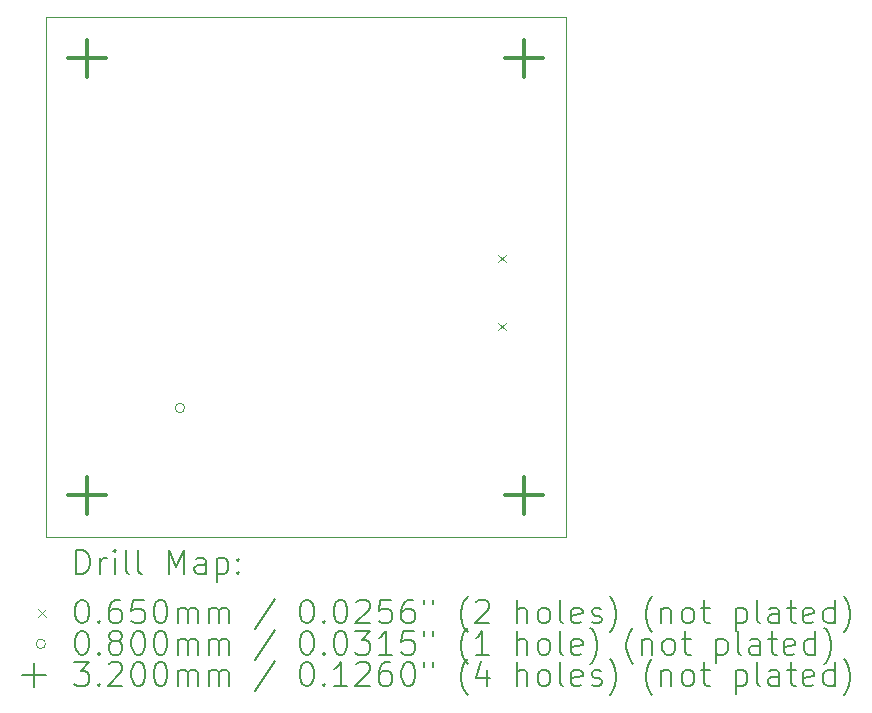
<source format=gbr>
%TF.GenerationSoftware,KiCad,Pcbnew,8.0.7*%
%TF.CreationDate,2024-12-05T22:51:19+05:30*%
%TF.ProjectId,SNSRTG401V30,534e5352-5447-4343-9031-5633302e6b69,3.0*%
%TF.SameCoordinates,Original*%
%TF.FileFunction,Drillmap*%
%TF.FilePolarity,Positive*%
%FSLAX45Y45*%
G04 Gerber Fmt 4.5, Leading zero omitted, Abs format (unit mm)*
G04 Created by KiCad (PCBNEW 8.0.7) date 2024-12-05 22:51:19*
%MOMM*%
%LPD*%
G01*
G04 APERTURE LIST*
%ADD10C,0.050000*%
%ADD11C,0.200000*%
%ADD12C,0.100000*%
%ADD13C,0.320000*%
G04 APERTURE END LIST*
D10*
X8000000Y-2600000D02*
X12400000Y-2600000D01*
X12400000Y-7000000D01*
X8000000Y-7000000D01*
X8000000Y-2600000D01*
D11*
D12*
X11829500Y-4610500D02*
X11894500Y-4675500D01*
X11894500Y-4610500D02*
X11829500Y-4675500D01*
X11829500Y-5188500D02*
X11894500Y-5253500D01*
X11894500Y-5188500D02*
X11829500Y-5253500D01*
X9174747Y-5909043D02*
G75*
G02*
X9094747Y-5909043I-40000J0D01*
G01*
X9094747Y-5909043D02*
G75*
G02*
X9174747Y-5909043I40000J0D01*
G01*
D13*
X8350000Y-2790000D02*
X8350000Y-3110000D01*
X8190000Y-2950000D02*
X8510000Y-2950000D01*
X8350000Y-6490000D02*
X8350000Y-6810000D01*
X8190000Y-6650000D02*
X8510000Y-6650000D01*
X12050000Y-2790000D02*
X12050000Y-3110000D01*
X11890000Y-2950000D02*
X12210000Y-2950000D01*
X12050000Y-6490000D02*
X12050000Y-6810000D01*
X11890000Y-6650000D02*
X12210000Y-6650000D01*
D11*
X8258277Y-7313984D02*
X8258277Y-7113984D01*
X8258277Y-7113984D02*
X8305896Y-7113984D01*
X8305896Y-7113984D02*
X8334467Y-7123508D01*
X8334467Y-7123508D02*
X8353515Y-7142555D01*
X8353515Y-7142555D02*
X8363039Y-7161603D01*
X8363039Y-7161603D02*
X8372562Y-7199698D01*
X8372562Y-7199698D02*
X8372562Y-7228269D01*
X8372562Y-7228269D02*
X8363039Y-7266365D01*
X8363039Y-7266365D02*
X8353515Y-7285412D01*
X8353515Y-7285412D02*
X8334467Y-7304460D01*
X8334467Y-7304460D02*
X8305896Y-7313984D01*
X8305896Y-7313984D02*
X8258277Y-7313984D01*
X8458277Y-7313984D02*
X8458277Y-7180650D01*
X8458277Y-7218746D02*
X8467801Y-7199698D01*
X8467801Y-7199698D02*
X8477324Y-7190174D01*
X8477324Y-7190174D02*
X8496372Y-7180650D01*
X8496372Y-7180650D02*
X8515420Y-7180650D01*
X8582086Y-7313984D02*
X8582086Y-7180650D01*
X8582086Y-7113984D02*
X8572563Y-7123508D01*
X8572563Y-7123508D02*
X8582086Y-7133031D01*
X8582086Y-7133031D02*
X8591610Y-7123508D01*
X8591610Y-7123508D02*
X8582086Y-7113984D01*
X8582086Y-7113984D02*
X8582086Y-7133031D01*
X8705896Y-7313984D02*
X8686848Y-7304460D01*
X8686848Y-7304460D02*
X8677324Y-7285412D01*
X8677324Y-7285412D02*
X8677324Y-7113984D01*
X8810658Y-7313984D02*
X8791610Y-7304460D01*
X8791610Y-7304460D02*
X8782086Y-7285412D01*
X8782086Y-7285412D02*
X8782086Y-7113984D01*
X9039229Y-7313984D02*
X9039229Y-7113984D01*
X9039229Y-7113984D02*
X9105896Y-7256841D01*
X9105896Y-7256841D02*
X9172563Y-7113984D01*
X9172563Y-7113984D02*
X9172563Y-7313984D01*
X9353515Y-7313984D02*
X9353515Y-7209222D01*
X9353515Y-7209222D02*
X9343991Y-7190174D01*
X9343991Y-7190174D02*
X9324944Y-7180650D01*
X9324944Y-7180650D02*
X9286848Y-7180650D01*
X9286848Y-7180650D02*
X9267801Y-7190174D01*
X9353515Y-7304460D02*
X9334467Y-7313984D01*
X9334467Y-7313984D02*
X9286848Y-7313984D01*
X9286848Y-7313984D02*
X9267801Y-7304460D01*
X9267801Y-7304460D02*
X9258277Y-7285412D01*
X9258277Y-7285412D02*
X9258277Y-7266365D01*
X9258277Y-7266365D02*
X9267801Y-7247317D01*
X9267801Y-7247317D02*
X9286848Y-7237793D01*
X9286848Y-7237793D02*
X9334467Y-7237793D01*
X9334467Y-7237793D02*
X9353515Y-7228269D01*
X9448753Y-7180650D02*
X9448753Y-7380650D01*
X9448753Y-7190174D02*
X9467801Y-7180650D01*
X9467801Y-7180650D02*
X9505896Y-7180650D01*
X9505896Y-7180650D02*
X9524944Y-7190174D01*
X9524944Y-7190174D02*
X9534467Y-7199698D01*
X9534467Y-7199698D02*
X9543991Y-7218746D01*
X9543991Y-7218746D02*
X9543991Y-7275888D01*
X9543991Y-7275888D02*
X9534467Y-7294936D01*
X9534467Y-7294936D02*
X9524944Y-7304460D01*
X9524944Y-7304460D02*
X9505896Y-7313984D01*
X9505896Y-7313984D02*
X9467801Y-7313984D01*
X9467801Y-7313984D02*
X9448753Y-7304460D01*
X9629705Y-7294936D02*
X9639229Y-7304460D01*
X9639229Y-7304460D02*
X9629705Y-7313984D01*
X9629705Y-7313984D02*
X9620182Y-7304460D01*
X9620182Y-7304460D02*
X9629705Y-7294936D01*
X9629705Y-7294936D02*
X9629705Y-7313984D01*
X9629705Y-7190174D02*
X9639229Y-7199698D01*
X9639229Y-7199698D02*
X9629705Y-7209222D01*
X9629705Y-7209222D02*
X9620182Y-7199698D01*
X9620182Y-7199698D02*
X9629705Y-7190174D01*
X9629705Y-7190174D02*
X9629705Y-7209222D01*
D12*
X7932500Y-7610000D02*
X7997500Y-7675000D01*
X7997500Y-7610000D02*
X7932500Y-7675000D01*
D11*
X8296372Y-7533984D02*
X8315420Y-7533984D01*
X8315420Y-7533984D02*
X8334467Y-7543508D01*
X8334467Y-7543508D02*
X8343991Y-7553031D01*
X8343991Y-7553031D02*
X8353515Y-7572079D01*
X8353515Y-7572079D02*
X8363039Y-7610174D01*
X8363039Y-7610174D02*
X8363039Y-7657793D01*
X8363039Y-7657793D02*
X8353515Y-7695888D01*
X8353515Y-7695888D02*
X8343991Y-7714936D01*
X8343991Y-7714936D02*
X8334467Y-7724460D01*
X8334467Y-7724460D02*
X8315420Y-7733984D01*
X8315420Y-7733984D02*
X8296372Y-7733984D01*
X8296372Y-7733984D02*
X8277324Y-7724460D01*
X8277324Y-7724460D02*
X8267801Y-7714936D01*
X8267801Y-7714936D02*
X8258277Y-7695888D01*
X8258277Y-7695888D02*
X8248753Y-7657793D01*
X8248753Y-7657793D02*
X8248753Y-7610174D01*
X8248753Y-7610174D02*
X8258277Y-7572079D01*
X8258277Y-7572079D02*
X8267801Y-7553031D01*
X8267801Y-7553031D02*
X8277324Y-7543508D01*
X8277324Y-7543508D02*
X8296372Y-7533984D01*
X8448753Y-7714936D02*
X8458277Y-7724460D01*
X8458277Y-7724460D02*
X8448753Y-7733984D01*
X8448753Y-7733984D02*
X8439229Y-7724460D01*
X8439229Y-7724460D02*
X8448753Y-7714936D01*
X8448753Y-7714936D02*
X8448753Y-7733984D01*
X8629705Y-7533984D02*
X8591610Y-7533984D01*
X8591610Y-7533984D02*
X8572563Y-7543508D01*
X8572563Y-7543508D02*
X8563039Y-7553031D01*
X8563039Y-7553031D02*
X8543991Y-7581603D01*
X8543991Y-7581603D02*
X8534467Y-7619698D01*
X8534467Y-7619698D02*
X8534467Y-7695888D01*
X8534467Y-7695888D02*
X8543991Y-7714936D01*
X8543991Y-7714936D02*
X8553515Y-7724460D01*
X8553515Y-7724460D02*
X8572563Y-7733984D01*
X8572563Y-7733984D02*
X8610658Y-7733984D01*
X8610658Y-7733984D02*
X8629705Y-7724460D01*
X8629705Y-7724460D02*
X8639229Y-7714936D01*
X8639229Y-7714936D02*
X8648753Y-7695888D01*
X8648753Y-7695888D02*
X8648753Y-7648269D01*
X8648753Y-7648269D02*
X8639229Y-7629222D01*
X8639229Y-7629222D02*
X8629705Y-7619698D01*
X8629705Y-7619698D02*
X8610658Y-7610174D01*
X8610658Y-7610174D02*
X8572563Y-7610174D01*
X8572563Y-7610174D02*
X8553515Y-7619698D01*
X8553515Y-7619698D02*
X8543991Y-7629222D01*
X8543991Y-7629222D02*
X8534467Y-7648269D01*
X8829705Y-7533984D02*
X8734467Y-7533984D01*
X8734467Y-7533984D02*
X8724944Y-7629222D01*
X8724944Y-7629222D02*
X8734467Y-7619698D01*
X8734467Y-7619698D02*
X8753515Y-7610174D01*
X8753515Y-7610174D02*
X8801134Y-7610174D01*
X8801134Y-7610174D02*
X8820182Y-7619698D01*
X8820182Y-7619698D02*
X8829705Y-7629222D01*
X8829705Y-7629222D02*
X8839229Y-7648269D01*
X8839229Y-7648269D02*
X8839229Y-7695888D01*
X8839229Y-7695888D02*
X8829705Y-7714936D01*
X8829705Y-7714936D02*
X8820182Y-7724460D01*
X8820182Y-7724460D02*
X8801134Y-7733984D01*
X8801134Y-7733984D02*
X8753515Y-7733984D01*
X8753515Y-7733984D02*
X8734467Y-7724460D01*
X8734467Y-7724460D02*
X8724944Y-7714936D01*
X8963039Y-7533984D02*
X8982086Y-7533984D01*
X8982086Y-7533984D02*
X9001134Y-7543508D01*
X9001134Y-7543508D02*
X9010658Y-7553031D01*
X9010658Y-7553031D02*
X9020182Y-7572079D01*
X9020182Y-7572079D02*
X9029705Y-7610174D01*
X9029705Y-7610174D02*
X9029705Y-7657793D01*
X9029705Y-7657793D02*
X9020182Y-7695888D01*
X9020182Y-7695888D02*
X9010658Y-7714936D01*
X9010658Y-7714936D02*
X9001134Y-7724460D01*
X9001134Y-7724460D02*
X8982086Y-7733984D01*
X8982086Y-7733984D02*
X8963039Y-7733984D01*
X8963039Y-7733984D02*
X8943991Y-7724460D01*
X8943991Y-7724460D02*
X8934467Y-7714936D01*
X8934467Y-7714936D02*
X8924944Y-7695888D01*
X8924944Y-7695888D02*
X8915420Y-7657793D01*
X8915420Y-7657793D02*
X8915420Y-7610174D01*
X8915420Y-7610174D02*
X8924944Y-7572079D01*
X8924944Y-7572079D02*
X8934467Y-7553031D01*
X8934467Y-7553031D02*
X8943991Y-7543508D01*
X8943991Y-7543508D02*
X8963039Y-7533984D01*
X9115420Y-7733984D02*
X9115420Y-7600650D01*
X9115420Y-7619698D02*
X9124944Y-7610174D01*
X9124944Y-7610174D02*
X9143991Y-7600650D01*
X9143991Y-7600650D02*
X9172563Y-7600650D01*
X9172563Y-7600650D02*
X9191610Y-7610174D01*
X9191610Y-7610174D02*
X9201134Y-7629222D01*
X9201134Y-7629222D02*
X9201134Y-7733984D01*
X9201134Y-7629222D02*
X9210658Y-7610174D01*
X9210658Y-7610174D02*
X9229705Y-7600650D01*
X9229705Y-7600650D02*
X9258277Y-7600650D01*
X9258277Y-7600650D02*
X9277325Y-7610174D01*
X9277325Y-7610174D02*
X9286848Y-7629222D01*
X9286848Y-7629222D02*
X9286848Y-7733984D01*
X9382086Y-7733984D02*
X9382086Y-7600650D01*
X9382086Y-7619698D02*
X9391610Y-7610174D01*
X9391610Y-7610174D02*
X9410658Y-7600650D01*
X9410658Y-7600650D02*
X9439229Y-7600650D01*
X9439229Y-7600650D02*
X9458277Y-7610174D01*
X9458277Y-7610174D02*
X9467801Y-7629222D01*
X9467801Y-7629222D02*
X9467801Y-7733984D01*
X9467801Y-7629222D02*
X9477325Y-7610174D01*
X9477325Y-7610174D02*
X9496372Y-7600650D01*
X9496372Y-7600650D02*
X9524944Y-7600650D01*
X9524944Y-7600650D02*
X9543991Y-7610174D01*
X9543991Y-7610174D02*
X9553515Y-7629222D01*
X9553515Y-7629222D02*
X9553515Y-7733984D01*
X9943991Y-7524460D02*
X9772563Y-7781603D01*
X10201134Y-7533984D02*
X10220182Y-7533984D01*
X10220182Y-7533984D02*
X10239229Y-7543508D01*
X10239229Y-7543508D02*
X10248753Y-7553031D01*
X10248753Y-7553031D02*
X10258277Y-7572079D01*
X10258277Y-7572079D02*
X10267801Y-7610174D01*
X10267801Y-7610174D02*
X10267801Y-7657793D01*
X10267801Y-7657793D02*
X10258277Y-7695888D01*
X10258277Y-7695888D02*
X10248753Y-7714936D01*
X10248753Y-7714936D02*
X10239229Y-7724460D01*
X10239229Y-7724460D02*
X10220182Y-7733984D01*
X10220182Y-7733984D02*
X10201134Y-7733984D01*
X10201134Y-7733984D02*
X10182087Y-7724460D01*
X10182087Y-7724460D02*
X10172563Y-7714936D01*
X10172563Y-7714936D02*
X10163039Y-7695888D01*
X10163039Y-7695888D02*
X10153515Y-7657793D01*
X10153515Y-7657793D02*
X10153515Y-7610174D01*
X10153515Y-7610174D02*
X10163039Y-7572079D01*
X10163039Y-7572079D02*
X10172563Y-7553031D01*
X10172563Y-7553031D02*
X10182087Y-7543508D01*
X10182087Y-7543508D02*
X10201134Y-7533984D01*
X10353515Y-7714936D02*
X10363039Y-7724460D01*
X10363039Y-7724460D02*
X10353515Y-7733984D01*
X10353515Y-7733984D02*
X10343991Y-7724460D01*
X10343991Y-7724460D02*
X10353515Y-7714936D01*
X10353515Y-7714936D02*
X10353515Y-7733984D01*
X10486848Y-7533984D02*
X10505896Y-7533984D01*
X10505896Y-7533984D02*
X10524944Y-7543508D01*
X10524944Y-7543508D02*
X10534468Y-7553031D01*
X10534468Y-7553031D02*
X10543991Y-7572079D01*
X10543991Y-7572079D02*
X10553515Y-7610174D01*
X10553515Y-7610174D02*
X10553515Y-7657793D01*
X10553515Y-7657793D02*
X10543991Y-7695888D01*
X10543991Y-7695888D02*
X10534468Y-7714936D01*
X10534468Y-7714936D02*
X10524944Y-7724460D01*
X10524944Y-7724460D02*
X10505896Y-7733984D01*
X10505896Y-7733984D02*
X10486848Y-7733984D01*
X10486848Y-7733984D02*
X10467801Y-7724460D01*
X10467801Y-7724460D02*
X10458277Y-7714936D01*
X10458277Y-7714936D02*
X10448753Y-7695888D01*
X10448753Y-7695888D02*
X10439229Y-7657793D01*
X10439229Y-7657793D02*
X10439229Y-7610174D01*
X10439229Y-7610174D02*
X10448753Y-7572079D01*
X10448753Y-7572079D02*
X10458277Y-7553031D01*
X10458277Y-7553031D02*
X10467801Y-7543508D01*
X10467801Y-7543508D02*
X10486848Y-7533984D01*
X10629706Y-7553031D02*
X10639229Y-7543508D01*
X10639229Y-7543508D02*
X10658277Y-7533984D01*
X10658277Y-7533984D02*
X10705896Y-7533984D01*
X10705896Y-7533984D02*
X10724944Y-7543508D01*
X10724944Y-7543508D02*
X10734468Y-7553031D01*
X10734468Y-7553031D02*
X10743991Y-7572079D01*
X10743991Y-7572079D02*
X10743991Y-7591127D01*
X10743991Y-7591127D02*
X10734468Y-7619698D01*
X10734468Y-7619698D02*
X10620182Y-7733984D01*
X10620182Y-7733984D02*
X10743991Y-7733984D01*
X10924944Y-7533984D02*
X10829706Y-7533984D01*
X10829706Y-7533984D02*
X10820182Y-7629222D01*
X10820182Y-7629222D02*
X10829706Y-7619698D01*
X10829706Y-7619698D02*
X10848753Y-7610174D01*
X10848753Y-7610174D02*
X10896372Y-7610174D01*
X10896372Y-7610174D02*
X10915420Y-7619698D01*
X10915420Y-7619698D02*
X10924944Y-7629222D01*
X10924944Y-7629222D02*
X10934468Y-7648269D01*
X10934468Y-7648269D02*
X10934468Y-7695888D01*
X10934468Y-7695888D02*
X10924944Y-7714936D01*
X10924944Y-7714936D02*
X10915420Y-7724460D01*
X10915420Y-7724460D02*
X10896372Y-7733984D01*
X10896372Y-7733984D02*
X10848753Y-7733984D01*
X10848753Y-7733984D02*
X10829706Y-7724460D01*
X10829706Y-7724460D02*
X10820182Y-7714936D01*
X11105896Y-7533984D02*
X11067801Y-7533984D01*
X11067801Y-7533984D02*
X11048753Y-7543508D01*
X11048753Y-7543508D02*
X11039229Y-7553031D01*
X11039229Y-7553031D02*
X11020182Y-7581603D01*
X11020182Y-7581603D02*
X11010658Y-7619698D01*
X11010658Y-7619698D02*
X11010658Y-7695888D01*
X11010658Y-7695888D02*
X11020182Y-7714936D01*
X11020182Y-7714936D02*
X11029706Y-7724460D01*
X11029706Y-7724460D02*
X11048753Y-7733984D01*
X11048753Y-7733984D02*
X11086849Y-7733984D01*
X11086849Y-7733984D02*
X11105896Y-7724460D01*
X11105896Y-7724460D02*
X11115420Y-7714936D01*
X11115420Y-7714936D02*
X11124944Y-7695888D01*
X11124944Y-7695888D02*
X11124944Y-7648269D01*
X11124944Y-7648269D02*
X11115420Y-7629222D01*
X11115420Y-7629222D02*
X11105896Y-7619698D01*
X11105896Y-7619698D02*
X11086849Y-7610174D01*
X11086849Y-7610174D02*
X11048753Y-7610174D01*
X11048753Y-7610174D02*
X11029706Y-7619698D01*
X11029706Y-7619698D02*
X11020182Y-7629222D01*
X11020182Y-7629222D02*
X11010658Y-7648269D01*
X11201134Y-7533984D02*
X11201134Y-7572079D01*
X11277325Y-7533984D02*
X11277325Y-7572079D01*
X11572563Y-7810174D02*
X11563039Y-7800650D01*
X11563039Y-7800650D02*
X11543991Y-7772079D01*
X11543991Y-7772079D02*
X11534468Y-7753031D01*
X11534468Y-7753031D02*
X11524944Y-7724460D01*
X11524944Y-7724460D02*
X11515420Y-7676841D01*
X11515420Y-7676841D02*
X11515420Y-7638746D01*
X11515420Y-7638746D02*
X11524944Y-7591127D01*
X11524944Y-7591127D02*
X11534468Y-7562555D01*
X11534468Y-7562555D02*
X11543991Y-7543508D01*
X11543991Y-7543508D02*
X11563039Y-7514936D01*
X11563039Y-7514936D02*
X11572563Y-7505412D01*
X11639229Y-7553031D02*
X11648753Y-7543508D01*
X11648753Y-7543508D02*
X11667801Y-7533984D01*
X11667801Y-7533984D02*
X11715420Y-7533984D01*
X11715420Y-7533984D02*
X11734468Y-7543508D01*
X11734468Y-7543508D02*
X11743991Y-7553031D01*
X11743991Y-7553031D02*
X11753515Y-7572079D01*
X11753515Y-7572079D02*
X11753515Y-7591127D01*
X11753515Y-7591127D02*
X11743991Y-7619698D01*
X11743991Y-7619698D02*
X11629706Y-7733984D01*
X11629706Y-7733984D02*
X11753515Y-7733984D01*
X11991610Y-7733984D02*
X11991610Y-7533984D01*
X12077325Y-7733984D02*
X12077325Y-7629222D01*
X12077325Y-7629222D02*
X12067801Y-7610174D01*
X12067801Y-7610174D02*
X12048753Y-7600650D01*
X12048753Y-7600650D02*
X12020182Y-7600650D01*
X12020182Y-7600650D02*
X12001134Y-7610174D01*
X12001134Y-7610174D02*
X11991610Y-7619698D01*
X12201134Y-7733984D02*
X12182087Y-7724460D01*
X12182087Y-7724460D02*
X12172563Y-7714936D01*
X12172563Y-7714936D02*
X12163039Y-7695888D01*
X12163039Y-7695888D02*
X12163039Y-7638746D01*
X12163039Y-7638746D02*
X12172563Y-7619698D01*
X12172563Y-7619698D02*
X12182087Y-7610174D01*
X12182087Y-7610174D02*
X12201134Y-7600650D01*
X12201134Y-7600650D02*
X12229706Y-7600650D01*
X12229706Y-7600650D02*
X12248753Y-7610174D01*
X12248753Y-7610174D02*
X12258277Y-7619698D01*
X12258277Y-7619698D02*
X12267801Y-7638746D01*
X12267801Y-7638746D02*
X12267801Y-7695888D01*
X12267801Y-7695888D02*
X12258277Y-7714936D01*
X12258277Y-7714936D02*
X12248753Y-7724460D01*
X12248753Y-7724460D02*
X12229706Y-7733984D01*
X12229706Y-7733984D02*
X12201134Y-7733984D01*
X12382087Y-7733984D02*
X12363039Y-7724460D01*
X12363039Y-7724460D02*
X12353515Y-7705412D01*
X12353515Y-7705412D02*
X12353515Y-7533984D01*
X12534468Y-7724460D02*
X12515420Y-7733984D01*
X12515420Y-7733984D02*
X12477325Y-7733984D01*
X12477325Y-7733984D02*
X12458277Y-7724460D01*
X12458277Y-7724460D02*
X12448753Y-7705412D01*
X12448753Y-7705412D02*
X12448753Y-7629222D01*
X12448753Y-7629222D02*
X12458277Y-7610174D01*
X12458277Y-7610174D02*
X12477325Y-7600650D01*
X12477325Y-7600650D02*
X12515420Y-7600650D01*
X12515420Y-7600650D02*
X12534468Y-7610174D01*
X12534468Y-7610174D02*
X12543991Y-7629222D01*
X12543991Y-7629222D02*
X12543991Y-7648269D01*
X12543991Y-7648269D02*
X12448753Y-7667317D01*
X12620182Y-7724460D02*
X12639230Y-7733984D01*
X12639230Y-7733984D02*
X12677325Y-7733984D01*
X12677325Y-7733984D02*
X12696372Y-7724460D01*
X12696372Y-7724460D02*
X12705896Y-7705412D01*
X12705896Y-7705412D02*
X12705896Y-7695888D01*
X12705896Y-7695888D02*
X12696372Y-7676841D01*
X12696372Y-7676841D02*
X12677325Y-7667317D01*
X12677325Y-7667317D02*
X12648753Y-7667317D01*
X12648753Y-7667317D02*
X12629706Y-7657793D01*
X12629706Y-7657793D02*
X12620182Y-7638746D01*
X12620182Y-7638746D02*
X12620182Y-7629222D01*
X12620182Y-7629222D02*
X12629706Y-7610174D01*
X12629706Y-7610174D02*
X12648753Y-7600650D01*
X12648753Y-7600650D02*
X12677325Y-7600650D01*
X12677325Y-7600650D02*
X12696372Y-7610174D01*
X12772563Y-7810174D02*
X12782087Y-7800650D01*
X12782087Y-7800650D02*
X12801134Y-7772079D01*
X12801134Y-7772079D02*
X12810658Y-7753031D01*
X12810658Y-7753031D02*
X12820182Y-7724460D01*
X12820182Y-7724460D02*
X12829706Y-7676841D01*
X12829706Y-7676841D02*
X12829706Y-7638746D01*
X12829706Y-7638746D02*
X12820182Y-7591127D01*
X12820182Y-7591127D02*
X12810658Y-7562555D01*
X12810658Y-7562555D02*
X12801134Y-7543508D01*
X12801134Y-7543508D02*
X12782087Y-7514936D01*
X12782087Y-7514936D02*
X12772563Y-7505412D01*
X13134468Y-7810174D02*
X13124944Y-7800650D01*
X13124944Y-7800650D02*
X13105896Y-7772079D01*
X13105896Y-7772079D02*
X13096372Y-7753031D01*
X13096372Y-7753031D02*
X13086849Y-7724460D01*
X13086849Y-7724460D02*
X13077325Y-7676841D01*
X13077325Y-7676841D02*
X13077325Y-7638746D01*
X13077325Y-7638746D02*
X13086849Y-7591127D01*
X13086849Y-7591127D02*
X13096372Y-7562555D01*
X13096372Y-7562555D02*
X13105896Y-7543508D01*
X13105896Y-7543508D02*
X13124944Y-7514936D01*
X13124944Y-7514936D02*
X13134468Y-7505412D01*
X13210658Y-7600650D02*
X13210658Y-7733984D01*
X13210658Y-7619698D02*
X13220182Y-7610174D01*
X13220182Y-7610174D02*
X13239230Y-7600650D01*
X13239230Y-7600650D02*
X13267801Y-7600650D01*
X13267801Y-7600650D02*
X13286849Y-7610174D01*
X13286849Y-7610174D02*
X13296372Y-7629222D01*
X13296372Y-7629222D02*
X13296372Y-7733984D01*
X13420182Y-7733984D02*
X13401134Y-7724460D01*
X13401134Y-7724460D02*
X13391611Y-7714936D01*
X13391611Y-7714936D02*
X13382087Y-7695888D01*
X13382087Y-7695888D02*
X13382087Y-7638746D01*
X13382087Y-7638746D02*
X13391611Y-7619698D01*
X13391611Y-7619698D02*
X13401134Y-7610174D01*
X13401134Y-7610174D02*
X13420182Y-7600650D01*
X13420182Y-7600650D02*
X13448753Y-7600650D01*
X13448753Y-7600650D02*
X13467801Y-7610174D01*
X13467801Y-7610174D02*
X13477325Y-7619698D01*
X13477325Y-7619698D02*
X13486849Y-7638746D01*
X13486849Y-7638746D02*
X13486849Y-7695888D01*
X13486849Y-7695888D02*
X13477325Y-7714936D01*
X13477325Y-7714936D02*
X13467801Y-7724460D01*
X13467801Y-7724460D02*
X13448753Y-7733984D01*
X13448753Y-7733984D02*
X13420182Y-7733984D01*
X13543992Y-7600650D02*
X13620182Y-7600650D01*
X13572563Y-7533984D02*
X13572563Y-7705412D01*
X13572563Y-7705412D02*
X13582087Y-7724460D01*
X13582087Y-7724460D02*
X13601134Y-7733984D01*
X13601134Y-7733984D02*
X13620182Y-7733984D01*
X13839230Y-7600650D02*
X13839230Y-7800650D01*
X13839230Y-7610174D02*
X13858277Y-7600650D01*
X13858277Y-7600650D02*
X13896373Y-7600650D01*
X13896373Y-7600650D02*
X13915420Y-7610174D01*
X13915420Y-7610174D02*
X13924944Y-7619698D01*
X13924944Y-7619698D02*
X13934468Y-7638746D01*
X13934468Y-7638746D02*
X13934468Y-7695888D01*
X13934468Y-7695888D02*
X13924944Y-7714936D01*
X13924944Y-7714936D02*
X13915420Y-7724460D01*
X13915420Y-7724460D02*
X13896373Y-7733984D01*
X13896373Y-7733984D02*
X13858277Y-7733984D01*
X13858277Y-7733984D02*
X13839230Y-7724460D01*
X14048753Y-7733984D02*
X14029706Y-7724460D01*
X14029706Y-7724460D02*
X14020182Y-7705412D01*
X14020182Y-7705412D02*
X14020182Y-7533984D01*
X14210658Y-7733984D02*
X14210658Y-7629222D01*
X14210658Y-7629222D02*
X14201134Y-7610174D01*
X14201134Y-7610174D02*
X14182087Y-7600650D01*
X14182087Y-7600650D02*
X14143992Y-7600650D01*
X14143992Y-7600650D02*
X14124944Y-7610174D01*
X14210658Y-7724460D02*
X14191611Y-7733984D01*
X14191611Y-7733984D02*
X14143992Y-7733984D01*
X14143992Y-7733984D02*
X14124944Y-7724460D01*
X14124944Y-7724460D02*
X14115420Y-7705412D01*
X14115420Y-7705412D02*
X14115420Y-7686365D01*
X14115420Y-7686365D02*
X14124944Y-7667317D01*
X14124944Y-7667317D02*
X14143992Y-7657793D01*
X14143992Y-7657793D02*
X14191611Y-7657793D01*
X14191611Y-7657793D02*
X14210658Y-7648269D01*
X14277325Y-7600650D02*
X14353515Y-7600650D01*
X14305896Y-7533984D02*
X14305896Y-7705412D01*
X14305896Y-7705412D02*
X14315420Y-7724460D01*
X14315420Y-7724460D02*
X14334468Y-7733984D01*
X14334468Y-7733984D02*
X14353515Y-7733984D01*
X14496373Y-7724460D02*
X14477325Y-7733984D01*
X14477325Y-7733984D02*
X14439230Y-7733984D01*
X14439230Y-7733984D02*
X14420182Y-7724460D01*
X14420182Y-7724460D02*
X14410658Y-7705412D01*
X14410658Y-7705412D02*
X14410658Y-7629222D01*
X14410658Y-7629222D02*
X14420182Y-7610174D01*
X14420182Y-7610174D02*
X14439230Y-7600650D01*
X14439230Y-7600650D02*
X14477325Y-7600650D01*
X14477325Y-7600650D02*
X14496373Y-7610174D01*
X14496373Y-7610174D02*
X14505896Y-7629222D01*
X14505896Y-7629222D02*
X14505896Y-7648269D01*
X14505896Y-7648269D02*
X14410658Y-7667317D01*
X14677325Y-7733984D02*
X14677325Y-7533984D01*
X14677325Y-7724460D02*
X14658277Y-7733984D01*
X14658277Y-7733984D02*
X14620182Y-7733984D01*
X14620182Y-7733984D02*
X14601134Y-7724460D01*
X14601134Y-7724460D02*
X14591611Y-7714936D01*
X14591611Y-7714936D02*
X14582087Y-7695888D01*
X14582087Y-7695888D02*
X14582087Y-7638746D01*
X14582087Y-7638746D02*
X14591611Y-7619698D01*
X14591611Y-7619698D02*
X14601134Y-7610174D01*
X14601134Y-7610174D02*
X14620182Y-7600650D01*
X14620182Y-7600650D02*
X14658277Y-7600650D01*
X14658277Y-7600650D02*
X14677325Y-7610174D01*
X14753515Y-7810174D02*
X14763039Y-7800650D01*
X14763039Y-7800650D02*
X14782087Y-7772079D01*
X14782087Y-7772079D02*
X14791611Y-7753031D01*
X14791611Y-7753031D02*
X14801134Y-7724460D01*
X14801134Y-7724460D02*
X14810658Y-7676841D01*
X14810658Y-7676841D02*
X14810658Y-7638746D01*
X14810658Y-7638746D02*
X14801134Y-7591127D01*
X14801134Y-7591127D02*
X14791611Y-7562555D01*
X14791611Y-7562555D02*
X14782087Y-7543508D01*
X14782087Y-7543508D02*
X14763039Y-7514936D01*
X14763039Y-7514936D02*
X14753515Y-7505412D01*
D12*
X7997500Y-7906500D02*
G75*
G02*
X7917500Y-7906500I-40000J0D01*
G01*
X7917500Y-7906500D02*
G75*
G02*
X7997500Y-7906500I40000J0D01*
G01*
D11*
X8296372Y-7797984D02*
X8315420Y-7797984D01*
X8315420Y-7797984D02*
X8334467Y-7807508D01*
X8334467Y-7807508D02*
X8343991Y-7817031D01*
X8343991Y-7817031D02*
X8353515Y-7836079D01*
X8353515Y-7836079D02*
X8363039Y-7874174D01*
X8363039Y-7874174D02*
X8363039Y-7921793D01*
X8363039Y-7921793D02*
X8353515Y-7959888D01*
X8353515Y-7959888D02*
X8343991Y-7978936D01*
X8343991Y-7978936D02*
X8334467Y-7988460D01*
X8334467Y-7988460D02*
X8315420Y-7997984D01*
X8315420Y-7997984D02*
X8296372Y-7997984D01*
X8296372Y-7997984D02*
X8277324Y-7988460D01*
X8277324Y-7988460D02*
X8267801Y-7978936D01*
X8267801Y-7978936D02*
X8258277Y-7959888D01*
X8258277Y-7959888D02*
X8248753Y-7921793D01*
X8248753Y-7921793D02*
X8248753Y-7874174D01*
X8248753Y-7874174D02*
X8258277Y-7836079D01*
X8258277Y-7836079D02*
X8267801Y-7817031D01*
X8267801Y-7817031D02*
X8277324Y-7807508D01*
X8277324Y-7807508D02*
X8296372Y-7797984D01*
X8448753Y-7978936D02*
X8458277Y-7988460D01*
X8458277Y-7988460D02*
X8448753Y-7997984D01*
X8448753Y-7997984D02*
X8439229Y-7988460D01*
X8439229Y-7988460D02*
X8448753Y-7978936D01*
X8448753Y-7978936D02*
X8448753Y-7997984D01*
X8572563Y-7883698D02*
X8553515Y-7874174D01*
X8553515Y-7874174D02*
X8543991Y-7864650D01*
X8543991Y-7864650D02*
X8534467Y-7845603D01*
X8534467Y-7845603D02*
X8534467Y-7836079D01*
X8534467Y-7836079D02*
X8543991Y-7817031D01*
X8543991Y-7817031D02*
X8553515Y-7807508D01*
X8553515Y-7807508D02*
X8572563Y-7797984D01*
X8572563Y-7797984D02*
X8610658Y-7797984D01*
X8610658Y-7797984D02*
X8629705Y-7807508D01*
X8629705Y-7807508D02*
X8639229Y-7817031D01*
X8639229Y-7817031D02*
X8648753Y-7836079D01*
X8648753Y-7836079D02*
X8648753Y-7845603D01*
X8648753Y-7845603D02*
X8639229Y-7864650D01*
X8639229Y-7864650D02*
X8629705Y-7874174D01*
X8629705Y-7874174D02*
X8610658Y-7883698D01*
X8610658Y-7883698D02*
X8572563Y-7883698D01*
X8572563Y-7883698D02*
X8553515Y-7893222D01*
X8553515Y-7893222D02*
X8543991Y-7902746D01*
X8543991Y-7902746D02*
X8534467Y-7921793D01*
X8534467Y-7921793D02*
X8534467Y-7959888D01*
X8534467Y-7959888D02*
X8543991Y-7978936D01*
X8543991Y-7978936D02*
X8553515Y-7988460D01*
X8553515Y-7988460D02*
X8572563Y-7997984D01*
X8572563Y-7997984D02*
X8610658Y-7997984D01*
X8610658Y-7997984D02*
X8629705Y-7988460D01*
X8629705Y-7988460D02*
X8639229Y-7978936D01*
X8639229Y-7978936D02*
X8648753Y-7959888D01*
X8648753Y-7959888D02*
X8648753Y-7921793D01*
X8648753Y-7921793D02*
X8639229Y-7902746D01*
X8639229Y-7902746D02*
X8629705Y-7893222D01*
X8629705Y-7893222D02*
X8610658Y-7883698D01*
X8772563Y-7797984D02*
X8791610Y-7797984D01*
X8791610Y-7797984D02*
X8810658Y-7807508D01*
X8810658Y-7807508D02*
X8820182Y-7817031D01*
X8820182Y-7817031D02*
X8829705Y-7836079D01*
X8829705Y-7836079D02*
X8839229Y-7874174D01*
X8839229Y-7874174D02*
X8839229Y-7921793D01*
X8839229Y-7921793D02*
X8829705Y-7959888D01*
X8829705Y-7959888D02*
X8820182Y-7978936D01*
X8820182Y-7978936D02*
X8810658Y-7988460D01*
X8810658Y-7988460D02*
X8791610Y-7997984D01*
X8791610Y-7997984D02*
X8772563Y-7997984D01*
X8772563Y-7997984D02*
X8753515Y-7988460D01*
X8753515Y-7988460D02*
X8743991Y-7978936D01*
X8743991Y-7978936D02*
X8734467Y-7959888D01*
X8734467Y-7959888D02*
X8724944Y-7921793D01*
X8724944Y-7921793D02*
X8724944Y-7874174D01*
X8724944Y-7874174D02*
X8734467Y-7836079D01*
X8734467Y-7836079D02*
X8743991Y-7817031D01*
X8743991Y-7817031D02*
X8753515Y-7807508D01*
X8753515Y-7807508D02*
X8772563Y-7797984D01*
X8963039Y-7797984D02*
X8982086Y-7797984D01*
X8982086Y-7797984D02*
X9001134Y-7807508D01*
X9001134Y-7807508D02*
X9010658Y-7817031D01*
X9010658Y-7817031D02*
X9020182Y-7836079D01*
X9020182Y-7836079D02*
X9029705Y-7874174D01*
X9029705Y-7874174D02*
X9029705Y-7921793D01*
X9029705Y-7921793D02*
X9020182Y-7959888D01*
X9020182Y-7959888D02*
X9010658Y-7978936D01*
X9010658Y-7978936D02*
X9001134Y-7988460D01*
X9001134Y-7988460D02*
X8982086Y-7997984D01*
X8982086Y-7997984D02*
X8963039Y-7997984D01*
X8963039Y-7997984D02*
X8943991Y-7988460D01*
X8943991Y-7988460D02*
X8934467Y-7978936D01*
X8934467Y-7978936D02*
X8924944Y-7959888D01*
X8924944Y-7959888D02*
X8915420Y-7921793D01*
X8915420Y-7921793D02*
X8915420Y-7874174D01*
X8915420Y-7874174D02*
X8924944Y-7836079D01*
X8924944Y-7836079D02*
X8934467Y-7817031D01*
X8934467Y-7817031D02*
X8943991Y-7807508D01*
X8943991Y-7807508D02*
X8963039Y-7797984D01*
X9115420Y-7997984D02*
X9115420Y-7864650D01*
X9115420Y-7883698D02*
X9124944Y-7874174D01*
X9124944Y-7874174D02*
X9143991Y-7864650D01*
X9143991Y-7864650D02*
X9172563Y-7864650D01*
X9172563Y-7864650D02*
X9191610Y-7874174D01*
X9191610Y-7874174D02*
X9201134Y-7893222D01*
X9201134Y-7893222D02*
X9201134Y-7997984D01*
X9201134Y-7893222D02*
X9210658Y-7874174D01*
X9210658Y-7874174D02*
X9229705Y-7864650D01*
X9229705Y-7864650D02*
X9258277Y-7864650D01*
X9258277Y-7864650D02*
X9277325Y-7874174D01*
X9277325Y-7874174D02*
X9286848Y-7893222D01*
X9286848Y-7893222D02*
X9286848Y-7997984D01*
X9382086Y-7997984D02*
X9382086Y-7864650D01*
X9382086Y-7883698D02*
X9391610Y-7874174D01*
X9391610Y-7874174D02*
X9410658Y-7864650D01*
X9410658Y-7864650D02*
X9439229Y-7864650D01*
X9439229Y-7864650D02*
X9458277Y-7874174D01*
X9458277Y-7874174D02*
X9467801Y-7893222D01*
X9467801Y-7893222D02*
X9467801Y-7997984D01*
X9467801Y-7893222D02*
X9477325Y-7874174D01*
X9477325Y-7874174D02*
X9496372Y-7864650D01*
X9496372Y-7864650D02*
X9524944Y-7864650D01*
X9524944Y-7864650D02*
X9543991Y-7874174D01*
X9543991Y-7874174D02*
X9553515Y-7893222D01*
X9553515Y-7893222D02*
X9553515Y-7997984D01*
X9943991Y-7788460D02*
X9772563Y-8045603D01*
X10201134Y-7797984D02*
X10220182Y-7797984D01*
X10220182Y-7797984D02*
X10239229Y-7807508D01*
X10239229Y-7807508D02*
X10248753Y-7817031D01*
X10248753Y-7817031D02*
X10258277Y-7836079D01*
X10258277Y-7836079D02*
X10267801Y-7874174D01*
X10267801Y-7874174D02*
X10267801Y-7921793D01*
X10267801Y-7921793D02*
X10258277Y-7959888D01*
X10258277Y-7959888D02*
X10248753Y-7978936D01*
X10248753Y-7978936D02*
X10239229Y-7988460D01*
X10239229Y-7988460D02*
X10220182Y-7997984D01*
X10220182Y-7997984D02*
X10201134Y-7997984D01*
X10201134Y-7997984D02*
X10182087Y-7988460D01*
X10182087Y-7988460D02*
X10172563Y-7978936D01*
X10172563Y-7978936D02*
X10163039Y-7959888D01*
X10163039Y-7959888D02*
X10153515Y-7921793D01*
X10153515Y-7921793D02*
X10153515Y-7874174D01*
X10153515Y-7874174D02*
X10163039Y-7836079D01*
X10163039Y-7836079D02*
X10172563Y-7817031D01*
X10172563Y-7817031D02*
X10182087Y-7807508D01*
X10182087Y-7807508D02*
X10201134Y-7797984D01*
X10353515Y-7978936D02*
X10363039Y-7988460D01*
X10363039Y-7988460D02*
X10353515Y-7997984D01*
X10353515Y-7997984D02*
X10343991Y-7988460D01*
X10343991Y-7988460D02*
X10353515Y-7978936D01*
X10353515Y-7978936D02*
X10353515Y-7997984D01*
X10486848Y-7797984D02*
X10505896Y-7797984D01*
X10505896Y-7797984D02*
X10524944Y-7807508D01*
X10524944Y-7807508D02*
X10534468Y-7817031D01*
X10534468Y-7817031D02*
X10543991Y-7836079D01*
X10543991Y-7836079D02*
X10553515Y-7874174D01*
X10553515Y-7874174D02*
X10553515Y-7921793D01*
X10553515Y-7921793D02*
X10543991Y-7959888D01*
X10543991Y-7959888D02*
X10534468Y-7978936D01*
X10534468Y-7978936D02*
X10524944Y-7988460D01*
X10524944Y-7988460D02*
X10505896Y-7997984D01*
X10505896Y-7997984D02*
X10486848Y-7997984D01*
X10486848Y-7997984D02*
X10467801Y-7988460D01*
X10467801Y-7988460D02*
X10458277Y-7978936D01*
X10458277Y-7978936D02*
X10448753Y-7959888D01*
X10448753Y-7959888D02*
X10439229Y-7921793D01*
X10439229Y-7921793D02*
X10439229Y-7874174D01*
X10439229Y-7874174D02*
X10448753Y-7836079D01*
X10448753Y-7836079D02*
X10458277Y-7817031D01*
X10458277Y-7817031D02*
X10467801Y-7807508D01*
X10467801Y-7807508D02*
X10486848Y-7797984D01*
X10620182Y-7797984D02*
X10743991Y-7797984D01*
X10743991Y-7797984D02*
X10677325Y-7874174D01*
X10677325Y-7874174D02*
X10705896Y-7874174D01*
X10705896Y-7874174D02*
X10724944Y-7883698D01*
X10724944Y-7883698D02*
X10734468Y-7893222D01*
X10734468Y-7893222D02*
X10743991Y-7912269D01*
X10743991Y-7912269D02*
X10743991Y-7959888D01*
X10743991Y-7959888D02*
X10734468Y-7978936D01*
X10734468Y-7978936D02*
X10724944Y-7988460D01*
X10724944Y-7988460D02*
X10705896Y-7997984D01*
X10705896Y-7997984D02*
X10648753Y-7997984D01*
X10648753Y-7997984D02*
X10629706Y-7988460D01*
X10629706Y-7988460D02*
X10620182Y-7978936D01*
X10934468Y-7997984D02*
X10820182Y-7997984D01*
X10877325Y-7997984D02*
X10877325Y-7797984D01*
X10877325Y-7797984D02*
X10858277Y-7826555D01*
X10858277Y-7826555D02*
X10839229Y-7845603D01*
X10839229Y-7845603D02*
X10820182Y-7855127D01*
X11115420Y-7797984D02*
X11020182Y-7797984D01*
X11020182Y-7797984D02*
X11010658Y-7893222D01*
X11010658Y-7893222D02*
X11020182Y-7883698D01*
X11020182Y-7883698D02*
X11039229Y-7874174D01*
X11039229Y-7874174D02*
X11086849Y-7874174D01*
X11086849Y-7874174D02*
X11105896Y-7883698D01*
X11105896Y-7883698D02*
X11115420Y-7893222D01*
X11115420Y-7893222D02*
X11124944Y-7912269D01*
X11124944Y-7912269D02*
X11124944Y-7959888D01*
X11124944Y-7959888D02*
X11115420Y-7978936D01*
X11115420Y-7978936D02*
X11105896Y-7988460D01*
X11105896Y-7988460D02*
X11086849Y-7997984D01*
X11086849Y-7997984D02*
X11039229Y-7997984D01*
X11039229Y-7997984D02*
X11020182Y-7988460D01*
X11020182Y-7988460D02*
X11010658Y-7978936D01*
X11201134Y-7797984D02*
X11201134Y-7836079D01*
X11277325Y-7797984D02*
X11277325Y-7836079D01*
X11572563Y-8074174D02*
X11563039Y-8064650D01*
X11563039Y-8064650D02*
X11543991Y-8036079D01*
X11543991Y-8036079D02*
X11534468Y-8017031D01*
X11534468Y-8017031D02*
X11524944Y-7988460D01*
X11524944Y-7988460D02*
X11515420Y-7940841D01*
X11515420Y-7940841D02*
X11515420Y-7902746D01*
X11515420Y-7902746D02*
X11524944Y-7855127D01*
X11524944Y-7855127D02*
X11534468Y-7826555D01*
X11534468Y-7826555D02*
X11543991Y-7807508D01*
X11543991Y-7807508D02*
X11563039Y-7778936D01*
X11563039Y-7778936D02*
X11572563Y-7769412D01*
X11753515Y-7997984D02*
X11639229Y-7997984D01*
X11696372Y-7997984D02*
X11696372Y-7797984D01*
X11696372Y-7797984D02*
X11677325Y-7826555D01*
X11677325Y-7826555D02*
X11658277Y-7845603D01*
X11658277Y-7845603D02*
X11639229Y-7855127D01*
X11991610Y-7997984D02*
X11991610Y-7797984D01*
X12077325Y-7997984D02*
X12077325Y-7893222D01*
X12077325Y-7893222D02*
X12067801Y-7874174D01*
X12067801Y-7874174D02*
X12048753Y-7864650D01*
X12048753Y-7864650D02*
X12020182Y-7864650D01*
X12020182Y-7864650D02*
X12001134Y-7874174D01*
X12001134Y-7874174D02*
X11991610Y-7883698D01*
X12201134Y-7997984D02*
X12182087Y-7988460D01*
X12182087Y-7988460D02*
X12172563Y-7978936D01*
X12172563Y-7978936D02*
X12163039Y-7959888D01*
X12163039Y-7959888D02*
X12163039Y-7902746D01*
X12163039Y-7902746D02*
X12172563Y-7883698D01*
X12172563Y-7883698D02*
X12182087Y-7874174D01*
X12182087Y-7874174D02*
X12201134Y-7864650D01*
X12201134Y-7864650D02*
X12229706Y-7864650D01*
X12229706Y-7864650D02*
X12248753Y-7874174D01*
X12248753Y-7874174D02*
X12258277Y-7883698D01*
X12258277Y-7883698D02*
X12267801Y-7902746D01*
X12267801Y-7902746D02*
X12267801Y-7959888D01*
X12267801Y-7959888D02*
X12258277Y-7978936D01*
X12258277Y-7978936D02*
X12248753Y-7988460D01*
X12248753Y-7988460D02*
X12229706Y-7997984D01*
X12229706Y-7997984D02*
X12201134Y-7997984D01*
X12382087Y-7997984D02*
X12363039Y-7988460D01*
X12363039Y-7988460D02*
X12353515Y-7969412D01*
X12353515Y-7969412D02*
X12353515Y-7797984D01*
X12534468Y-7988460D02*
X12515420Y-7997984D01*
X12515420Y-7997984D02*
X12477325Y-7997984D01*
X12477325Y-7997984D02*
X12458277Y-7988460D01*
X12458277Y-7988460D02*
X12448753Y-7969412D01*
X12448753Y-7969412D02*
X12448753Y-7893222D01*
X12448753Y-7893222D02*
X12458277Y-7874174D01*
X12458277Y-7874174D02*
X12477325Y-7864650D01*
X12477325Y-7864650D02*
X12515420Y-7864650D01*
X12515420Y-7864650D02*
X12534468Y-7874174D01*
X12534468Y-7874174D02*
X12543991Y-7893222D01*
X12543991Y-7893222D02*
X12543991Y-7912269D01*
X12543991Y-7912269D02*
X12448753Y-7931317D01*
X12610658Y-8074174D02*
X12620182Y-8064650D01*
X12620182Y-8064650D02*
X12639230Y-8036079D01*
X12639230Y-8036079D02*
X12648753Y-8017031D01*
X12648753Y-8017031D02*
X12658277Y-7988460D01*
X12658277Y-7988460D02*
X12667801Y-7940841D01*
X12667801Y-7940841D02*
X12667801Y-7902746D01*
X12667801Y-7902746D02*
X12658277Y-7855127D01*
X12658277Y-7855127D02*
X12648753Y-7826555D01*
X12648753Y-7826555D02*
X12639230Y-7807508D01*
X12639230Y-7807508D02*
X12620182Y-7778936D01*
X12620182Y-7778936D02*
X12610658Y-7769412D01*
X12972563Y-8074174D02*
X12963039Y-8064650D01*
X12963039Y-8064650D02*
X12943991Y-8036079D01*
X12943991Y-8036079D02*
X12934468Y-8017031D01*
X12934468Y-8017031D02*
X12924944Y-7988460D01*
X12924944Y-7988460D02*
X12915420Y-7940841D01*
X12915420Y-7940841D02*
X12915420Y-7902746D01*
X12915420Y-7902746D02*
X12924944Y-7855127D01*
X12924944Y-7855127D02*
X12934468Y-7826555D01*
X12934468Y-7826555D02*
X12943991Y-7807508D01*
X12943991Y-7807508D02*
X12963039Y-7778936D01*
X12963039Y-7778936D02*
X12972563Y-7769412D01*
X13048753Y-7864650D02*
X13048753Y-7997984D01*
X13048753Y-7883698D02*
X13058277Y-7874174D01*
X13058277Y-7874174D02*
X13077325Y-7864650D01*
X13077325Y-7864650D02*
X13105896Y-7864650D01*
X13105896Y-7864650D02*
X13124944Y-7874174D01*
X13124944Y-7874174D02*
X13134468Y-7893222D01*
X13134468Y-7893222D02*
X13134468Y-7997984D01*
X13258277Y-7997984D02*
X13239230Y-7988460D01*
X13239230Y-7988460D02*
X13229706Y-7978936D01*
X13229706Y-7978936D02*
X13220182Y-7959888D01*
X13220182Y-7959888D02*
X13220182Y-7902746D01*
X13220182Y-7902746D02*
X13229706Y-7883698D01*
X13229706Y-7883698D02*
X13239230Y-7874174D01*
X13239230Y-7874174D02*
X13258277Y-7864650D01*
X13258277Y-7864650D02*
X13286849Y-7864650D01*
X13286849Y-7864650D02*
X13305896Y-7874174D01*
X13305896Y-7874174D02*
X13315420Y-7883698D01*
X13315420Y-7883698D02*
X13324944Y-7902746D01*
X13324944Y-7902746D02*
X13324944Y-7959888D01*
X13324944Y-7959888D02*
X13315420Y-7978936D01*
X13315420Y-7978936D02*
X13305896Y-7988460D01*
X13305896Y-7988460D02*
X13286849Y-7997984D01*
X13286849Y-7997984D02*
X13258277Y-7997984D01*
X13382087Y-7864650D02*
X13458277Y-7864650D01*
X13410658Y-7797984D02*
X13410658Y-7969412D01*
X13410658Y-7969412D02*
X13420182Y-7988460D01*
X13420182Y-7988460D02*
X13439230Y-7997984D01*
X13439230Y-7997984D02*
X13458277Y-7997984D01*
X13677325Y-7864650D02*
X13677325Y-8064650D01*
X13677325Y-7874174D02*
X13696372Y-7864650D01*
X13696372Y-7864650D02*
X13734468Y-7864650D01*
X13734468Y-7864650D02*
X13753515Y-7874174D01*
X13753515Y-7874174D02*
X13763039Y-7883698D01*
X13763039Y-7883698D02*
X13772563Y-7902746D01*
X13772563Y-7902746D02*
X13772563Y-7959888D01*
X13772563Y-7959888D02*
X13763039Y-7978936D01*
X13763039Y-7978936D02*
X13753515Y-7988460D01*
X13753515Y-7988460D02*
X13734468Y-7997984D01*
X13734468Y-7997984D02*
X13696372Y-7997984D01*
X13696372Y-7997984D02*
X13677325Y-7988460D01*
X13886849Y-7997984D02*
X13867801Y-7988460D01*
X13867801Y-7988460D02*
X13858277Y-7969412D01*
X13858277Y-7969412D02*
X13858277Y-7797984D01*
X14048753Y-7997984D02*
X14048753Y-7893222D01*
X14048753Y-7893222D02*
X14039230Y-7874174D01*
X14039230Y-7874174D02*
X14020182Y-7864650D01*
X14020182Y-7864650D02*
X13982087Y-7864650D01*
X13982087Y-7864650D02*
X13963039Y-7874174D01*
X14048753Y-7988460D02*
X14029706Y-7997984D01*
X14029706Y-7997984D02*
X13982087Y-7997984D01*
X13982087Y-7997984D02*
X13963039Y-7988460D01*
X13963039Y-7988460D02*
X13953515Y-7969412D01*
X13953515Y-7969412D02*
X13953515Y-7950365D01*
X13953515Y-7950365D02*
X13963039Y-7931317D01*
X13963039Y-7931317D02*
X13982087Y-7921793D01*
X13982087Y-7921793D02*
X14029706Y-7921793D01*
X14029706Y-7921793D02*
X14048753Y-7912269D01*
X14115420Y-7864650D02*
X14191611Y-7864650D01*
X14143992Y-7797984D02*
X14143992Y-7969412D01*
X14143992Y-7969412D02*
X14153515Y-7988460D01*
X14153515Y-7988460D02*
X14172563Y-7997984D01*
X14172563Y-7997984D02*
X14191611Y-7997984D01*
X14334468Y-7988460D02*
X14315420Y-7997984D01*
X14315420Y-7997984D02*
X14277325Y-7997984D01*
X14277325Y-7997984D02*
X14258277Y-7988460D01*
X14258277Y-7988460D02*
X14248753Y-7969412D01*
X14248753Y-7969412D02*
X14248753Y-7893222D01*
X14248753Y-7893222D02*
X14258277Y-7874174D01*
X14258277Y-7874174D02*
X14277325Y-7864650D01*
X14277325Y-7864650D02*
X14315420Y-7864650D01*
X14315420Y-7864650D02*
X14334468Y-7874174D01*
X14334468Y-7874174D02*
X14343992Y-7893222D01*
X14343992Y-7893222D02*
X14343992Y-7912269D01*
X14343992Y-7912269D02*
X14248753Y-7931317D01*
X14515420Y-7997984D02*
X14515420Y-7797984D01*
X14515420Y-7988460D02*
X14496373Y-7997984D01*
X14496373Y-7997984D02*
X14458277Y-7997984D01*
X14458277Y-7997984D02*
X14439230Y-7988460D01*
X14439230Y-7988460D02*
X14429706Y-7978936D01*
X14429706Y-7978936D02*
X14420182Y-7959888D01*
X14420182Y-7959888D02*
X14420182Y-7902746D01*
X14420182Y-7902746D02*
X14429706Y-7883698D01*
X14429706Y-7883698D02*
X14439230Y-7874174D01*
X14439230Y-7874174D02*
X14458277Y-7864650D01*
X14458277Y-7864650D02*
X14496373Y-7864650D01*
X14496373Y-7864650D02*
X14515420Y-7874174D01*
X14591611Y-8074174D02*
X14601134Y-8064650D01*
X14601134Y-8064650D02*
X14620182Y-8036079D01*
X14620182Y-8036079D02*
X14629706Y-8017031D01*
X14629706Y-8017031D02*
X14639230Y-7988460D01*
X14639230Y-7988460D02*
X14648753Y-7940841D01*
X14648753Y-7940841D02*
X14648753Y-7902746D01*
X14648753Y-7902746D02*
X14639230Y-7855127D01*
X14639230Y-7855127D02*
X14629706Y-7826555D01*
X14629706Y-7826555D02*
X14620182Y-7807508D01*
X14620182Y-7807508D02*
X14601134Y-7778936D01*
X14601134Y-7778936D02*
X14591611Y-7769412D01*
X7897500Y-8070500D02*
X7897500Y-8270500D01*
X7797500Y-8170500D02*
X7997500Y-8170500D01*
X8239229Y-8061984D02*
X8363039Y-8061984D01*
X8363039Y-8061984D02*
X8296372Y-8138174D01*
X8296372Y-8138174D02*
X8324943Y-8138174D01*
X8324943Y-8138174D02*
X8343991Y-8147698D01*
X8343991Y-8147698D02*
X8353515Y-8157222D01*
X8353515Y-8157222D02*
X8363039Y-8176269D01*
X8363039Y-8176269D02*
X8363039Y-8223888D01*
X8363039Y-8223888D02*
X8353515Y-8242936D01*
X8353515Y-8242936D02*
X8343991Y-8252460D01*
X8343991Y-8252460D02*
X8324943Y-8261984D01*
X8324943Y-8261984D02*
X8267801Y-8261984D01*
X8267801Y-8261984D02*
X8248753Y-8252460D01*
X8248753Y-8252460D02*
X8239229Y-8242936D01*
X8448753Y-8242936D02*
X8458277Y-8252460D01*
X8458277Y-8252460D02*
X8448753Y-8261984D01*
X8448753Y-8261984D02*
X8439229Y-8252460D01*
X8439229Y-8252460D02*
X8448753Y-8242936D01*
X8448753Y-8242936D02*
X8448753Y-8261984D01*
X8534467Y-8081031D02*
X8543991Y-8071508D01*
X8543991Y-8071508D02*
X8563039Y-8061984D01*
X8563039Y-8061984D02*
X8610658Y-8061984D01*
X8610658Y-8061984D02*
X8629705Y-8071508D01*
X8629705Y-8071508D02*
X8639229Y-8081031D01*
X8639229Y-8081031D02*
X8648753Y-8100079D01*
X8648753Y-8100079D02*
X8648753Y-8119127D01*
X8648753Y-8119127D02*
X8639229Y-8147698D01*
X8639229Y-8147698D02*
X8524944Y-8261984D01*
X8524944Y-8261984D02*
X8648753Y-8261984D01*
X8772563Y-8061984D02*
X8791610Y-8061984D01*
X8791610Y-8061984D02*
X8810658Y-8071508D01*
X8810658Y-8071508D02*
X8820182Y-8081031D01*
X8820182Y-8081031D02*
X8829705Y-8100079D01*
X8829705Y-8100079D02*
X8839229Y-8138174D01*
X8839229Y-8138174D02*
X8839229Y-8185793D01*
X8839229Y-8185793D02*
X8829705Y-8223888D01*
X8829705Y-8223888D02*
X8820182Y-8242936D01*
X8820182Y-8242936D02*
X8810658Y-8252460D01*
X8810658Y-8252460D02*
X8791610Y-8261984D01*
X8791610Y-8261984D02*
X8772563Y-8261984D01*
X8772563Y-8261984D02*
X8753515Y-8252460D01*
X8753515Y-8252460D02*
X8743991Y-8242936D01*
X8743991Y-8242936D02*
X8734467Y-8223888D01*
X8734467Y-8223888D02*
X8724944Y-8185793D01*
X8724944Y-8185793D02*
X8724944Y-8138174D01*
X8724944Y-8138174D02*
X8734467Y-8100079D01*
X8734467Y-8100079D02*
X8743991Y-8081031D01*
X8743991Y-8081031D02*
X8753515Y-8071508D01*
X8753515Y-8071508D02*
X8772563Y-8061984D01*
X8963039Y-8061984D02*
X8982086Y-8061984D01*
X8982086Y-8061984D02*
X9001134Y-8071508D01*
X9001134Y-8071508D02*
X9010658Y-8081031D01*
X9010658Y-8081031D02*
X9020182Y-8100079D01*
X9020182Y-8100079D02*
X9029705Y-8138174D01*
X9029705Y-8138174D02*
X9029705Y-8185793D01*
X9029705Y-8185793D02*
X9020182Y-8223888D01*
X9020182Y-8223888D02*
X9010658Y-8242936D01*
X9010658Y-8242936D02*
X9001134Y-8252460D01*
X9001134Y-8252460D02*
X8982086Y-8261984D01*
X8982086Y-8261984D02*
X8963039Y-8261984D01*
X8963039Y-8261984D02*
X8943991Y-8252460D01*
X8943991Y-8252460D02*
X8934467Y-8242936D01*
X8934467Y-8242936D02*
X8924944Y-8223888D01*
X8924944Y-8223888D02*
X8915420Y-8185793D01*
X8915420Y-8185793D02*
X8915420Y-8138174D01*
X8915420Y-8138174D02*
X8924944Y-8100079D01*
X8924944Y-8100079D02*
X8934467Y-8081031D01*
X8934467Y-8081031D02*
X8943991Y-8071508D01*
X8943991Y-8071508D02*
X8963039Y-8061984D01*
X9115420Y-8261984D02*
X9115420Y-8128650D01*
X9115420Y-8147698D02*
X9124944Y-8138174D01*
X9124944Y-8138174D02*
X9143991Y-8128650D01*
X9143991Y-8128650D02*
X9172563Y-8128650D01*
X9172563Y-8128650D02*
X9191610Y-8138174D01*
X9191610Y-8138174D02*
X9201134Y-8157222D01*
X9201134Y-8157222D02*
X9201134Y-8261984D01*
X9201134Y-8157222D02*
X9210658Y-8138174D01*
X9210658Y-8138174D02*
X9229705Y-8128650D01*
X9229705Y-8128650D02*
X9258277Y-8128650D01*
X9258277Y-8128650D02*
X9277325Y-8138174D01*
X9277325Y-8138174D02*
X9286848Y-8157222D01*
X9286848Y-8157222D02*
X9286848Y-8261984D01*
X9382086Y-8261984D02*
X9382086Y-8128650D01*
X9382086Y-8147698D02*
X9391610Y-8138174D01*
X9391610Y-8138174D02*
X9410658Y-8128650D01*
X9410658Y-8128650D02*
X9439229Y-8128650D01*
X9439229Y-8128650D02*
X9458277Y-8138174D01*
X9458277Y-8138174D02*
X9467801Y-8157222D01*
X9467801Y-8157222D02*
X9467801Y-8261984D01*
X9467801Y-8157222D02*
X9477325Y-8138174D01*
X9477325Y-8138174D02*
X9496372Y-8128650D01*
X9496372Y-8128650D02*
X9524944Y-8128650D01*
X9524944Y-8128650D02*
X9543991Y-8138174D01*
X9543991Y-8138174D02*
X9553515Y-8157222D01*
X9553515Y-8157222D02*
X9553515Y-8261984D01*
X9943991Y-8052460D02*
X9772563Y-8309603D01*
X10201134Y-8061984D02*
X10220182Y-8061984D01*
X10220182Y-8061984D02*
X10239229Y-8071508D01*
X10239229Y-8071508D02*
X10248753Y-8081031D01*
X10248753Y-8081031D02*
X10258277Y-8100079D01*
X10258277Y-8100079D02*
X10267801Y-8138174D01*
X10267801Y-8138174D02*
X10267801Y-8185793D01*
X10267801Y-8185793D02*
X10258277Y-8223888D01*
X10258277Y-8223888D02*
X10248753Y-8242936D01*
X10248753Y-8242936D02*
X10239229Y-8252460D01*
X10239229Y-8252460D02*
X10220182Y-8261984D01*
X10220182Y-8261984D02*
X10201134Y-8261984D01*
X10201134Y-8261984D02*
X10182087Y-8252460D01*
X10182087Y-8252460D02*
X10172563Y-8242936D01*
X10172563Y-8242936D02*
X10163039Y-8223888D01*
X10163039Y-8223888D02*
X10153515Y-8185793D01*
X10153515Y-8185793D02*
X10153515Y-8138174D01*
X10153515Y-8138174D02*
X10163039Y-8100079D01*
X10163039Y-8100079D02*
X10172563Y-8081031D01*
X10172563Y-8081031D02*
X10182087Y-8071508D01*
X10182087Y-8071508D02*
X10201134Y-8061984D01*
X10353515Y-8242936D02*
X10363039Y-8252460D01*
X10363039Y-8252460D02*
X10353515Y-8261984D01*
X10353515Y-8261984D02*
X10343991Y-8252460D01*
X10343991Y-8252460D02*
X10353515Y-8242936D01*
X10353515Y-8242936D02*
X10353515Y-8261984D01*
X10553515Y-8261984D02*
X10439229Y-8261984D01*
X10496372Y-8261984D02*
X10496372Y-8061984D01*
X10496372Y-8061984D02*
X10477325Y-8090555D01*
X10477325Y-8090555D02*
X10458277Y-8109603D01*
X10458277Y-8109603D02*
X10439229Y-8119127D01*
X10629706Y-8081031D02*
X10639229Y-8071508D01*
X10639229Y-8071508D02*
X10658277Y-8061984D01*
X10658277Y-8061984D02*
X10705896Y-8061984D01*
X10705896Y-8061984D02*
X10724944Y-8071508D01*
X10724944Y-8071508D02*
X10734468Y-8081031D01*
X10734468Y-8081031D02*
X10743991Y-8100079D01*
X10743991Y-8100079D02*
X10743991Y-8119127D01*
X10743991Y-8119127D02*
X10734468Y-8147698D01*
X10734468Y-8147698D02*
X10620182Y-8261984D01*
X10620182Y-8261984D02*
X10743991Y-8261984D01*
X10915420Y-8061984D02*
X10877325Y-8061984D01*
X10877325Y-8061984D02*
X10858277Y-8071508D01*
X10858277Y-8071508D02*
X10848753Y-8081031D01*
X10848753Y-8081031D02*
X10829706Y-8109603D01*
X10829706Y-8109603D02*
X10820182Y-8147698D01*
X10820182Y-8147698D02*
X10820182Y-8223888D01*
X10820182Y-8223888D02*
X10829706Y-8242936D01*
X10829706Y-8242936D02*
X10839229Y-8252460D01*
X10839229Y-8252460D02*
X10858277Y-8261984D01*
X10858277Y-8261984D02*
X10896372Y-8261984D01*
X10896372Y-8261984D02*
X10915420Y-8252460D01*
X10915420Y-8252460D02*
X10924944Y-8242936D01*
X10924944Y-8242936D02*
X10934468Y-8223888D01*
X10934468Y-8223888D02*
X10934468Y-8176269D01*
X10934468Y-8176269D02*
X10924944Y-8157222D01*
X10924944Y-8157222D02*
X10915420Y-8147698D01*
X10915420Y-8147698D02*
X10896372Y-8138174D01*
X10896372Y-8138174D02*
X10858277Y-8138174D01*
X10858277Y-8138174D02*
X10839229Y-8147698D01*
X10839229Y-8147698D02*
X10829706Y-8157222D01*
X10829706Y-8157222D02*
X10820182Y-8176269D01*
X11058277Y-8061984D02*
X11077325Y-8061984D01*
X11077325Y-8061984D02*
X11096372Y-8071508D01*
X11096372Y-8071508D02*
X11105896Y-8081031D01*
X11105896Y-8081031D02*
X11115420Y-8100079D01*
X11115420Y-8100079D02*
X11124944Y-8138174D01*
X11124944Y-8138174D02*
X11124944Y-8185793D01*
X11124944Y-8185793D02*
X11115420Y-8223888D01*
X11115420Y-8223888D02*
X11105896Y-8242936D01*
X11105896Y-8242936D02*
X11096372Y-8252460D01*
X11096372Y-8252460D02*
X11077325Y-8261984D01*
X11077325Y-8261984D02*
X11058277Y-8261984D01*
X11058277Y-8261984D02*
X11039229Y-8252460D01*
X11039229Y-8252460D02*
X11029706Y-8242936D01*
X11029706Y-8242936D02*
X11020182Y-8223888D01*
X11020182Y-8223888D02*
X11010658Y-8185793D01*
X11010658Y-8185793D02*
X11010658Y-8138174D01*
X11010658Y-8138174D02*
X11020182Y-8100079D01*
X11020182Y-8100079D02*
X11029706Y-8081031D01*
X11029706Y-8081031D02*
X11039229Y-8071508D01*
X11039229Y-8071508D02*
X11058277Y-8061984D01*
X11201134Y-8061984D02*
X11201134Y-8100079D01*
X11277325Y-8061984D02*
X11277325Y-8100079D01*
X11572563Y-8338174D02*
X11563039Y-8328650D01*
X11563039Y-8328650D02*
X11543991Y-8300079D01*
X11543991Y-8300079D02*
X11534468Y-8281031D01*
X11534468Y-8281031D02*
X11524944Y-8252460D01*
X11524944Y-8252460D02*
X11515420Y-8204841D01*
X11515420Y-8204841D02*
X11515420Y-8166746D01*
X11515420Y-8166746D02*
X11524944Y-8119127D01*
X11524944Y-8119127D02*
X11534468Y-8090555D01*
X11534468Y-8090555D02*
X11543991Y-8071508D01*
X11543991Y-8071508D02*
X11563039Y-8042936D01*
X11563039Y-8042936D02*
X11572563Y-8033412D01*
X11734468Y-8128650D02*
X11734468Y-8261984D01*
X11686848Y-8052460D02*
X11639229Y-8195317D01*
X11639229Y-8195317D02*
X11763039Y-8195317D01*
X11991610Y-8261984D02*
X11991610Y-8061984D01*
X12077325Y-8261984D02*
X12077325Y-8157222D01*
X12077325Y-8157222D02*
X12067801Y-8138174D01*
X12067801Y-8138174D02*
X12048753Y-8128650D01*
X12048753Y-8128650D02*
X12020182Y-8128650D01*
X12020182Y-8128650D02*
X12001134Y-8138174D01*
X12001134Y-8138174D02*
X11991610Y-8147698D01*
X12201134Y-8261984D02*
X12182087Y-8252460D01*
X12182087Y-8252460D02*
X12172563Y-8242936D01*
X12172563Y-8242936D02*
X12163039Y-8223888D01*
X12163039Y-8223888D02*
X12163039Y-8166746D01*
X12163039Y-8166746D02*
X12172563Y-8147698D01*
X12172563Y-8147698D02*
X12182087Y-8138174D01*
X12182087Y-8138174D02*
X12201134Y-8128650D01*
X12201134Y-8128650D02*
X12229706Y-8128650D01*
X12229706Y-8128650D02*
X12248753Y-8138174D01*
X12248753Y-8138174D02*
X12258277Y-8147698D01*
X12258277Y-8147698D02*
X12267801Y-8166746D01*
X12267801Y-8166746D02*
X12267801Y-8223888D01*
X12267801Y-8223888D02*
X12258277Y-8242936D01*
X12258277Y-8242936D02*
X12248753Y-8252460D01*
X12248753Y-8252460D02*
X12229706Y-8261984D01*
X12229706Y-8261984D02*
X12201134Y-8261984D01*
X12382087Y-8261984D02*
X12363039Y-8252460D01*
X12363039Y-8252460D02*
X12353515Y-8233412D01*
X12353515Y-8233412D02*
X12353515Y-8061984D01*
X12534468Y-8252460D02*
X12515420Y-8261984D01*
X12515420Y-8261984D02*
X12477325Y-8261984D01*
X12477325Y-8261984D02*
X12458277Y-8252460D01*
X12458277Y-8252460D02*
X12448753Y-8233412D01*
X12448753Y-8233412D02*
X12448753Y-8157222D01*
X12448753Y-8157222D02*
X12458277Y-8138174D01*
X12458277Y-8138174D02*
X12477325Y-8128650D01*
X12477325Y-8128650D02*
X12515420Y-8128650D01*
X12515420Y-8128650D02*
X12534468Y-8138174D01*
X12534468Y-8138174D02*
X12543991Y-8157222D01*
X12543991Y-8157222D02*
X12543991Y-8176269D01*
X12543991Y-8176269D02*
X12448753Y-8195317D01*
X12620182Y-8252460D02*
X12639230Y-8261984D01*
X12639230Y-8261984D02*
X12677325Y-8261984D01*
X12677325Y-8261984D02*
X12696372Y-8252460D01*
X12696372Y-8252460D02*
X12705896Y-8233412D01*
X12705896Y-8233412D02*
X12705896Y-8223888D01*
X12705896Y-8223888D02*
X12696372Y-8204841D01*
X12696372Y-8204841D02*
X12677325Y-8195317D01*
X12677325Y-8195317D02*
X12648753Y-8195317D01*
X12648753Y-8195317D02*
X12629706Y-8185793D01*
X12629706Y-8185793D02*
X12620182Y-8166746D01*
X12620182Y-8166746D02*
X12620182Y-8157222D01*
X12620182Y-8157222D02*
X12629706Y-8138174D01*
X12629706Y-8138174D02*
X12648753Y-8128650D01*
X12648753Y-8128650D02*
X12677325Y-8128650D01*
X12677325Y-8128650D02*
X12696372Y-8138174D01*
X12772563Y-8338174D02*
X12782087Y-8328650D01*
X12782087Y-8328650D02*
X12801134Y-8300079D01*
X12801134Y-8300079D02*
X12810658Y-8281031D01*
X12810658Y-8281031D02*
X12820182Y-8252460D01*
X12820182Y-8252460D02*
X12829706Y-8204841D01*
X12829706Y-8204841D02*
X12829706Y-8166746D01*
X12829706Y-8166746D02*
X12820182Y-8119127D01*
X12820182Y-8119127D02*
X12810658Y-8090555D01*
X12810658Y-8090555D02*
X12801134Y-8071508D01*
X12801134Y-8071508D02*
X12782087Y-8042936D01*
X12782087Y-8042936D02*
X12772563Y-8033412D01*
X13134468Y-8338174D02*
X13124944Y-8328650D01*
X13124944Y-8328650D02*
X13105896Y-8300079D01*
X13105896Y-8300079D02*
X13096372Y-8281031D01*
X13096372Y-8281031D02*
X13086849Y-8252460D01*
X13086849Y-8252460D02*
X13077325Y-8204841D01*
X13077325Y-8204841D02*
X13077325Y-8166746D01*
X13077325Y-8166746D02*
X13086849Y-8119127D01*
X13086849Y-8119127D02*
X13096372Y-8090555D01*
X13096372Y-8090555D02*
X13105896Y-8071508D01*
X13105896Y-8071508D02*
X13124944Y-8042936D01*
X13124944Y-8042936D02*
X13134468Y-8033412D01*
X13210658Y-8128650D02*
X13210658Y-8261984D01*
X13210658Y-8147698D02*
X13220182Y-8138174D01*
X13220182Y-8138174D02*
X13239230Y-8128650D01*
X13239230Y-8128650D02*
X13267801Y-8128650D01*
X13267801Y-8128650D02*
X13286849Y-8138174D01*
X13286849Y-8138174D02*
X13296372Y-8157222D01*
X13296372Y-8157222D02*
X13296372Y-8261984D01*
X13420182Y-8261984D02*
X13401134Y-8252460D01*
X13401134Y-8252460D02*
X13391611Y-8242936D01*
X13391611Y-8242936D02*
X13382087Y-8223888D01*
X13382087Y-8223888D02*
X13382087Y-8166746D01*
X13382087Y-8166746D02*
X13391611Y-8147698D01*
X13391611Y-8147698D02*
X13401134Y-8138174D01*
X13401134Y-8138174D02*
X13420182Y-8128650D01*
X13420182Y-8128650D02*
X13448753Y-8128650D01*
X13448753Y-8128650D02*
X13467801Y-8138174D01*
X13467801Y-8138174D02*
X13477325Y-8147698D01*
X13477325Y-8147698D02*
X13486849Y-8166746D01*
X13486849Y-8166746D02*
X13486849Y-8223888D01*
X13486849Y-8223888D02*
X13477325Y-8242936D01*
X13477325Y-8242936D02*
X13467801Y-8252460D01*
X13467801Y-8252460D02*
X13448753Y-8261984D01*
X13448753Y-8261984D02*
X13420182Y-8261984D01*
X13543992Y-8128650D02*
X13620182Y-8128650D01*
X13572563Y-8061984D02*
X13572563Y-8233412D01*
X13572563Y-8233412D02*
X13582087Y-8252460D01*
X13582087Y-8252460D02*
X13601134Y-8261984D01*
X13601134Y-8261984D02*
X13620182Y-8261984D01*
X13839230Y-8128650D02*
X13839230Y-8328650D01*
X13839230Y-8138174D02*
X13858277Y-8128650D01*
X13858277Y-8128650D02*
X13896373Y-8128650D01*
X13896373Y-8128650D02*
X13915420Y-8138174D01*
X13915420Y-8138174D02*
X13924944Y-8147698D01*
X13924944Y-8147698D02*
X13934468Y-8166746D01*
X13934468Y-8166746D02*
X13934468Y-8223888D01*
X13934468Y-8223888D02*
X13924944Y-8242936D01*
X13924944Y-8242936D02*
X13915420Y-8252460D01*
X13915420Y-8252460D02*
X13896373Y-8261984D01*
X13896373Y-8261984D02*
X13858277Y-8261984D01*
X13858277Y-8261984D02*
X13839230Y-8252460D01*
X14048753Y-8261984D02*
X14029706Y-8252460D01*
X14029706Y-8252460D02*
X14020182Y-8233412D01*
X14020182Y-8233412D02*
X14020182Y-8061984D01*
X14210658Y-8261984D02*
X14210658Y-8157222D01*
X14210658Y-8157222D02*
X14201134Y-8138174D01*
X14201134Y-8138174D02*
X14182087Y-8128650D01*
X14182087Y-8128650D02*
X14143992Y-8128650D01*
X14143992Y-8128650D02*
X14124944Y-8138174D01*
X14210658Y-8252460D02*
X14191611Y-8261984D01*
X14191611Y-8261984D02*
X14143992Y-8261984D01*
X14143992Y-8261984D02*
X14124944Y-8252460D01*
X14124944Y-8252460D02*
X14115420Y-8233412D01*
X14115420Y-8233412D02*
X14115420Y-8214365D01*
X14115420Y-8214365D02*
X14124944Y-8195317D01*
X14124944Y-8195317D02*
X14143992Y-8185793D01*
X14143992Y-8185793D02*
X14191611Y-8185793D01*
X14191611Y-8185793D02*
X14210658Y-8176269D01*
X14277325Y-8128650D02*
X14353515Y-8128650D01*
X14305896Y-8061984D02*
X14305896Y-8233412D01*
X14305896Y-8233412D02*
X14315420Y-8252460D01*
X14315420Y-8252460D02*
X14334468Y-8261984D01*
X14334468Y-8261984D02*
X14353515Y-8261984D01*
X14496373Y-8252460D02*
X14477325Y-8261984D01*
X14477325Y-8261984D02*
X14439230Y-8261984D01*
X14439230Y-8261984D02*
X14420182Y-8252460D01*
X14420182Y-8252460D02*
X14410658Y-8233412D01*
X14410658Y-8233412D02*
X14410658Y-8157222D01*
X14410658Y-8157222D02*
X14420182Y-8138174D01*
X14420182Y-8138174D02*
X14439230Y-8128650D01*
X14439230Y-8128650D02*
X14477325Y-8128650D01*
X14477325Y-8128650D02*
X14496373Y-8138174D01*
X14496373Y-8138174D02*
X14505896Y-8157222D01*
X14505896Y-8157222D02*
X14505896Y-8176269D01*
X14505896Y-8176269D02*
X14410658Y-8195317D01*
X14677325Y-8261984D02*
X14677325Y-8061984D01*
X14677325Y-8252460D02*
X14658277Y-8261984D01*
X14658277Y-8261984D02*
X14620182Y-8261984D01*
X14620182Y-8261984D02*
X14601134Y-8252460D01*
X14601134Y-8252460D02*
X14591611Y-8242936D01*
X14591611Y-8242936D02*
X14582087Y-8223888D01*
X14582087Y-8223888D02*
X14582087Y-8166746D01*
X14582087Y-8166746D02*
X14591611Y-8147698D01*
X14591611Y-8147698D02*
X14601134Y-8138174D01*
X14601134Y-8138174D02*
X14620182Y-8128650D01*
X14620182Y-8128650D02*
X14658277Y-8128650D01*
X14658277Y-8128650D02*
X14677325Y-8138174D01*
X14753515Y-8338174D02*
X14763039Y-8328650D01*
X14763039Y-8328650D02*
X14782087Y-8300079D01*
X14782087Y-8300079D02*
X14791611Y-8281031D01*
X14791611Y-8281031D02*
X14801134Y-8252460D01*
X14801134Y-8252460D02*
X14810658Y-8204841D01*
X14810658Y-8204841D02*
X14810658Y-8166746D01*
X14810658Y-8166746D02*
X14801134Y-8119127D01*
X14801134Y-8119127D02*
X14791611Y-8090555D01*
X14791611Y-8090555D02*
X14782087Y-8071508D01*
X14782087Y-8071508D02*
X14763039Y-8042936D01*
X14763039Y-8042936D02*
X14753515Y-8033412D01*
M02*

</source>
